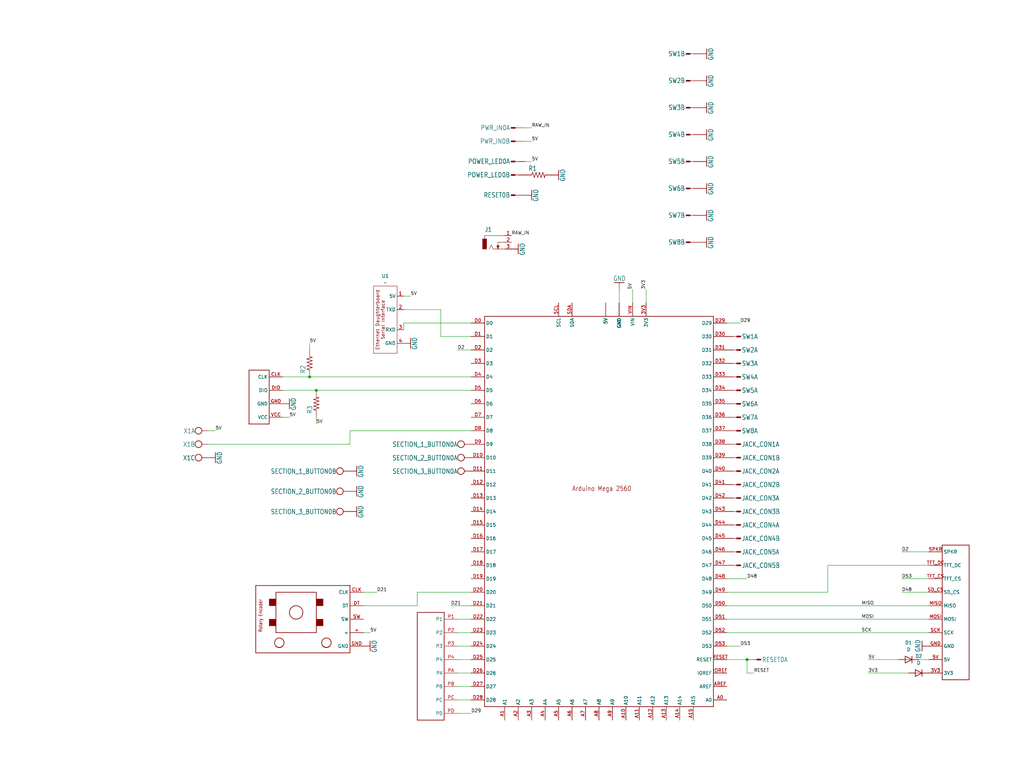
<source format=kicad_sch>
(kicad_sch (version 20231120) (generator "eeschema") (generator_version "8.0")
  (paper "User" 386.486 292.024)
  (lib_symbols
    (symbol "Device:D" (pin_numbers hide) (pin_names (offset 1.016) hide)
      (property "Reference" "D" (at 0 2.54 0))
      (property "Value" "D" (at 0 -2.54 0))
      (symbol "D_0_1"
        (polyline (pts (xy -1.27 1.27) (xy -1.27 -1.27)) (stroke (width 0.254)))
        (polyline (pts (xy 1.27 0) (xy -1.27 0)))
        (polyline (pts (xy 1.27 1.27) (xy 1.27 -1.27) (xy -1.27 0) (xy 1.27 1.27)) (stroke (width 0.254)))
      )
      (symbol "D_1_1"
        (pin passive line (at -3.81 0 0) (length 2.54) (name "K") (number "1"))
        (pin passive line (at 3.81 0 180) (length 2.54) (name "A") (number "2"))
      )
    )
    (symbol "Subsystem Main Extra Symbols:Ethernet_Daughterboard_Connector"
      (property "Reference" "U" (at -1.016 13.716 0))
      (symbol "Ethernet_Daughterboard_Connector_0_1"
        (rectangle (start -5.08 12.7) (end 3.81 -12.7))
      )
      (symbol "Ethernet_Daughterboard_Connector_1_1"
        (text "Ethernet Daughterboard\nSerial Interface\n" (at -2.54 0 900) (effects (font (size 1.27 1.27))))
        (pin power_in line (at 6.35 8.89 180) (length 2.54) (name "5V") (number "1"))
        (pin input line (at 6.35 3.81 180) (length 2.54) (name "TXD") (number "2"))
        (pin output line (at 6.35 -3.81 180) (length 2.54) (name "RXD") (number "3"))
        (pin power_in line (at 6.35 -8.89 180) (length 2.54) (name "GND") (number "4"))
      )
    )
    (symbol "main-eagle-import:7_SEG_DISPLAY"
      (symbol "7_SEG_DISPLAY_1_0"
        (polyline (pts (xy -10.16 -5.08) (xy -10.16 2.54)) (stroke (width 0.254)))
        (polyline (pts (xy -10.16 2.54) (xy 10.16 2.54)) (stroke (width 0.254)))
        (polyline (pts (xy 10.16 -5.08) (xy -10.16 -5.08)) (stroke (width 0.254)))
        (polyline (pts (xy 10.16 2.54) (xy 10.16 -5.08)) (stroke (width 0.254)))
        (pin bidirectional line (at -7.62 7.62 270) (length 5.08) (name "CLK") (number "CLK"))
        (pin bidirectional line (at -2.54 7.62 270) (length 5.08) (name "DIO") (number "DIO"))
        (pin bidirectional line (at 2.54 7.62 270) (length 5.08) (name "GND") (number "GND"))
        (pin bidirectional line (at 7.62 7.62 270) (length 5.08) (name "VCC") (number "VCC"))
      )
    )
    (symbol "main-eagle-import:ARDUINO_MEGAMIRROR"
      (symbol "ARDUINO_MEGAMIRROR_1_0"
        (polyline (pts (xy -43.18 -76.2) (xy 43.18 -76.2)) (stroke (width 0.254)))
        (polyline (pts (xy -43.18 71.12) (xy -43.18 -76.2)) (stroke (width 0.254)))
        (polyline (pts (xy 43.18 -76.2) (xy 43.18 71.12)) (stroke (width 0.254)))
        (polyline (pts (xy 43.18 71.12) (xy -43.18 71.12)) (stroke (width 0.254)))
        (text "Arduino Mega 2560" (at -10.16 5.08 0) (effects (font (size 1.778 1.5113)) (justify left bottom)))
        (pin power_in line (at 17.78 76.2 270) (length 5.08) (name "3V3") (number "3V3"))
        (pin power_in line (at 2.54 76.2 270) (length 5.08) (name "5V") (number "5V@1"))
        (pin power_in line (at 2.54 76.2 270) (length 5.08) (name "5V") (number "5V@2"))
        (pin power_in line (at 2.54 76.2 270) (length 5.08) (name "5V") (number "5V@3"))
        (pin bidirectional line (at 48.26 -73.66 180) (length 5.08) (name "A0") (number "A0"))
        (pin bidirectional line (at -35.56 -81.28 90) (length 5.08) (name "A1") (number "A1"))
        (pin bidirectional line (at 10.16 -81.28 90) (length 5.08) (name "A10") (number "A10"))
        (pin bidirectional line (at 15.24 -81.28 90) (length 5.08) (name "A11") (number "A11"))
        (pin bidirectional line (at 20.32 -81.28 90) (length 5.08) (name "A12") (number "A12"))
        (pin bidirectional line (at 25.4 -81.28 90) (length 5.08) (name "A13") (number "A13"))
        (pin bidirectional line (at 30.48 -81.28 90) (length 5.08) (name "A14") (number "A14"))
        (pin bidirectional line (at 35.56 -81.28 90) (length 5.08) (name "A15") (number "A15"))
        (pin bidirectional line (at -30.48 -81.28 90) (length 5.08) (name "A2") (number "A2"))
        (pin bidirectional line (at -25.4 -81.28 90) (length 5.08) (name "A3") (number "A3"))
        (pin bidirectional line (at -20.32 -81.28 90) (length 5.08) (name "A4") (number "A4"))
        (pin bidirectional line (at -15.24 -81.28 90) (length 5.08) (name "A5") (number "A5"))
        (pin bidirectional line (at -10.16 -81.28 90) (length 5.08) (name "A6") (number "A6"))
        (pin bidirectional line (at -5.08 -81.28 90) (length 5.08) (name "A7") (number "A7"))
        (pin bidirectional line (at 0 -81.28 90) (length 5.08) (name "A8") (number "A8"))
        (pin bidirectional line (at 5.08 -81.28 90) (length 5.08) (name "A9") (number "A9"))
        (pin bidirectional line (at 48.26 -68.58 180) (length 5.08) (name "AREF") (number "AREF"))
        (pin bidirectional line (at -48.26 68.58 0) (length 5.08) (name "D0") (number "D0"))
        (pin bidirectional line (at -48.26 63.5 0) (length 5.08) (name "D1") (number "D1"))
        (pin bidirectional line (at -48.26 17.78 0) (length 5.08) (name "D10") (number "D10"))
        (pin bidirectional line (at -48.26 12.7 0) (length 5.08) (name "D11") (number "D11"))
        (pin bidirectional line (at -48.26 7.62 0) (length 5.08) (name "D12") (number "D12"))
        (pin bidirectional line (at -48.26 2.54 0) (length 5.08) (name "D13") (number "D13"))
        (pin bidirectional line (at -48.26 -2.54 0) (length 5.08) (name "D14") (number "D14"))
        (pin bidirectional line (at -48.26 -7.62 0) (length 5.08) (name "D15") (number "D15"))
        (pin bidirectional line (at -48.26 -12.7 0) (length 5.08) (name "D16") (number "D16"))
        (pin bidirectional line (at -48.26 -17.78 0) (length 5.08) (name "D17") (number "D17"))
        (pin bidirectional line (at -48.26 -22.86 0) (length 5.08) (name "D18") (number "D18"))
        (pin bidirectional line (at -48.26 -27.94 0) (length 5.08) (name "D19") (number "D19"))
        (pin bidirectional line (at -48.26 58.42 0) (length 5.08) (name "D2") (number "D2"))
        (pin bidirectional line (at -48.26 -33.02 0) (length 5.08) (name "D20") (number "D20"))
        (pin bidirectional line (at -48.26 -38.1 0) (length 5.08) (name "D21") (number "D21"))
        (pin bidirectional line (at -48.26 -43.18 0) (length 5.08) (name "D22") (number "D22"))
        (pin bidirectional line (at -48.26 -48.26 0) (length 5.08) (name "D23") (number "D23"))
        (pin bidirectional line (at -48.26 -53.34 0) (length 5.08) (name "D24") (number "D24"))
        (pin bidirectional line (at -48.26 -58.42 0) (length 5.08) (name "D25") (number "D25"))
        (pin bidirectional line (at -48.26 -63.5 0) (length 5.08) (name "D26") (number "D26"))
        (pin bidirectional line (at -48.26 -68.58 0) (length 5.08) (name "D27") (number "D27"))
        (pin bidirectional line (at -48.26 -73.66 0) (length 5.08) (name "D28") (number "D28"))
        (pin bidirectional line (at 48.26 68.58 180) (length 5.08) (name "D29") (number "D29"))
        (pin bidirectional line (at -48.26 53.34 0) (length 5.08) (name "D3") (number "D3"))
        (pin bidirectional line (at 48.26 63.5 180) (length 5.08) (name "D30") (number "D30"))
        (pin bidirectional line (at 48.26 58.42 180) (length 5.08) (name "D31") (number "D31"))
        (pin bidirectional line (at 48.26 53.34 180) (length 5.08) (name "D32") (number "D32"))
        (pin bidirectional line (at 48.26 48.26 180) (length 5.08) (name "D33") (number "D33"))
        (pin bidirectional line (at 48.26 43.18 180) (length 5.08) (name "D34") (number "D34"))
        (pin bidirectional line (at 48.26 38.1 180) (length 5.08) (name "D35") (number "D35"))
        (pin bidirectional line (at 48.26 33.02 180) (length 5.08) (name "D36") (number "D36"))
        (pin bidirectional line (at 48.26 27.94 180) (length 5.08) (name "D37") (number "D37"))
        (pin bidirectional line (at 48.26 22.86 180) (length 5.08) (name "D38") (number "D38"))
        (pin bidirectional line (at 48.26 17.78 180) (length 5.08) (name "D39") (number "D39"))
        (pin bidirectional line (at -48.26 48.26 0) (length 5.08) (name "D4") (number "D4"))
        (pin bidirectional line (at 48.26 12.7 180) (length 5.08) (name "D40") (number "D40"))
        (pin bidirectional line (at 48.26 7.62 180) (length 5.08) (name "D41") (number "D41"))
        (pin bidirectional line (at 48.26 2.54 180) (length 5.08) (name "D42") (number "D42"))
        (pin bidirectional line (at 48.26 -2.54 180) (length 5.08) (name "D43") (number "D43"))
        (pin bidirectional line (at 48.26 -7.62 180) (length 5.08) (name "D44") (number "D44"))
        (pin bidirectional line (at 48.26 -12.7 180) (length 5.08) (name "D45") (number "D45"))
        (pin bidirectional line (at 48.26 -17.78 180) (length 5.08) (name "D46") (number "D46"))
        (pin bidirectional line (at 48.26 -22.86 180) (length 5.08) (name "D47") (number "D47"))
        (pin bidirectional line (at 48.26 -27.94 180) (length 5.08) (name "D48") (number "D48"))
        (pin bidirectional line (at 48.26 -33.02 180) (length 5.08) (name "D49") (number "D49"))
        (pin bidirectional line (at -48.26 43.18 0) (length 5.08) (name "D5") (number "D5"))
        (pin bidirectional line (at 48.26 -38.1 180) (length 5.08) (name "D50") (number "D50"))
        (pin bidirectional line (at 48.26 -43.18 180) (length 5.08) (name "D51") (number "D51"))
        (pin bidirectional line (at 48.26 -48.26 180) (length 5.08) (name "D52") (number "D52"))
        (pin bidirectional line (at 48.26 -53.34 180) (length 5.08) (name "D53") (number "D53"))
        (pin bidirectional line (at -48.26 38.1 0) (length 5.08) (name "D6") (number "D6"))
        (pin bidirectional line (at -48.26 33.02 0) (length 5.08) (name "D7") (number "D7"))
        (pin bidirectional line (at -48.26 27.94 0) (length 5.08) (name "D8") (number "D8"))
        (pin bidirectional line (at -48.26 22.86 0) (length 5.08) (name "D9") (number "D9"))
        (pin power_in line (at 7.62 76.2 270) (length 5.08) (name "GND") (number "GND@1"))
        (pin power_in line (at 7.62 76.2 270) (length 5.08) (name "GND") (number "GND@2"))
        (pin power_in line (at 7.62 76.2 270) (length 5.08) (name "GND") (number "GND@3"))
        (pin power_in line (at 7.62 76.2 270) (length 5.08) (name "GND") (number "GND@4"))
        (pin power_in line (at 7.62 76.2 270) (length 5.08) (name "GND") (number "GND@5"))
        (pin bidirectional line (at 48.26 -63.5 180) (length 5.08) (name "IOREF") (number "IOREF"))
        (pin bidirectional line (at 48.26 -58.42 180) (length 5.08) (name "RESET") (number "RESET"))
        (pin bidirectional line (at -15.24 76.2 270) (length 5.08) (name "SCL") (number "SCL"))
        (pin bidirectional line (at -10.16 76.2 270) (length 5.08) (name "SDA") (number "SDA"))
        (pin power_in line (at 12.7 76.2 270) (length 5.08) (name "VIN") (number "VIN"))
      )
    )
    (symbol "main-eagle-import:BUTTON_GRID_HEADER"
      (symbol "BUTTON_GRID_HEADER_1_0"
        (polyline (pts (xy -20.32 -5.08) (xy -20.32 5.08)) (stroke (width 0.254)))
        (polyline (pts (xy -20.32 5.08) (xy 20.32 5.08)) (stroke (width 0.254)))
        (polyline (pts (xy 20.32 -5.08) (xy -20.32 -5.08)) (stroke (width 0.254)))
        (polyline (pts (xy 20.32 5.08) (xy 20.32 -5.08)) (stroke (width 0.254)))
        (pin bidirectional line (at -17.78 10.16 270) (length 5.08) (name "P1") (number "P1"))
        (pin bidirectional line (at -12.7 10.16 270) (length 5.08) (name "P2") (number "P2"))
        (pin bidirectional line (at -7.62 10.16 270) (length 5.08) (name "P3") (number "P3"))
        (pin bidirectional line (at -2.54 10.16 270) (length 5.08) (name "P4") (number "P4"))
        (pin bidirectional line (at 2.54 10.16 270) (length 5.08) (name "PA") (number "PA"))
        (pin bidirectional line (at 7.62 10.16 270) (length 5.08) (name "PB") (number "PB"))
        (pin bidirectional line (at 12.7 10.16 270) (length 5.08) (name "PC") (number "PC"))
        (pin bidirectional line (at 17.78 10.16 270) (length 5.08) (name "PD") (number "PD"))
      )
    )
    (symbol "main-eagle-import:DCJ0303"
      (property "Reference" "J" (at -2.54 3.81 0))
      (symbol "DCJ0303_1_0"
        (rectangle (start -3.302 -2.54) (end -1.778 1.27) (fill (type outline)))
        (polyline (pts (xy -2.54 2.54) (xy -2.54 1.27)) (stroke (width 0.1524)))
        (polyline (pts (xy 0 -1.016) (xy -0.762 -2.54)) (stroke (width 0.1524)))
        (polyline (pts (xy 0.762 -2.54) (xy 0 -1.016)) (stroke (width 0.1524)))
        (polyline (pts (xy 2.54 -2.54) (xy 0.762 -2.54)) (stroke (width 0.1524)))
        (polyline (pts (xy 2.54 0) (xy 2.54 -2.54)) (stroke (width 0.1524)))
        (polyline (pts (xy 5.08 -2.54) (xy 2.54 -2.54)) (stroke (width 0.1524)))
        (polyline (pts (xy 5.08 0) (xy 2.54 0)) (stroke (width 0.1524)))
        (polyline (pts (xy 5.08 2.54) (xy -2.54 2.54)) (stroke (width 0.1524)))
        (polyline (pts (xy 2.54 -2.54) (xy 2.032 -1.27) (xy 3.048 -1.27)) (stroke (width 0.1524)) (fill (type outline)))
        (pin passive line (at 7.62 2.54 180) (length 2.54) (name "1") (number "1"))
        (pin passive line (at 7.62 0 180) (length 2.54) (name "2") (number "2"))
        (pin passive line (at 7.62 -2.54 180) (length 2.54) (name "3") (number "3"))
      )
    )
    (symbol "main-eagle-import:FLIPFLOP-RES"
      (property "Reference" "R" (at -3.81 1.4986 0))
      (symbol "FLIPFLOP-RES_1_0"
        (polyline (pts (xy -2.54 0) (xy -2.159 1.016)) (stroke (width 0.2032)))
        (polyline (pts (xy -2.159 1.016) (xy -1.524 -1.016)) (stroke (width 0.2032)))
        (polyline (pts (xy -1.524 -1.016) (xy -0.889 1.016)) (stroke (width 0.2032)))
        (polyline (pts (xy -0.889 1.016) (xy -0.254 -1.016)) (stroke (width 0.2032)))
        (polyline (pts (xy -0.254 -1.016) (xy 0.381 1.016)) (stroke (width 0.2032)))
        (polyline (pts (xy 0.381 1.016) (xy 1.016 -1.016)) (stroke (width 0.2032)))
        (polyline (pts (xy 1.016 -1.016) (xy 1.651 1.016)) (stroke (width 0.2032)))
        (polyline (pts (xy 1.651 1.016) (xy 2.286 -1.016)) (stroke (width 0.2032)))
        (polyline (pts (xy 2.286 -1.016) (xy 2.54 0)) (stroke (width 0.2032)))
        (pin passive line (at -5.08 0 0) (length 2.54) (name "1") (number "1"))
        (pin passive line (at 5.08 0 180) (length 2.54) (name "2") (number "2"))
      )
    )
    (symbol "main-eagle-import:GND" (power)
      (symbol "GND_1_0"
        (polyline (pts (xy -1.905 0) (xy 1.905 0)) (stroke (width 0.254)))
        (pin power_in line (at 0 2.54 270) (length 2.54) (name "GND") (number "1"))
      )
    )
    (symbol "main-eagle-import:L02P"
      (property "Reference" "SV" (at -0.508 1.016 0))
      (symbol "L02P_1_0"
        (polyline (pts (xy 0 0) (xy 1.27 0)) (stroke (width 0.6096)))
        (polyline (pts (xy 1.27 0) (xy 2.54 0)) (stroke (width 0.1524)))
        (pin passive line (at 5.08 0 180) (length 2.54) (name "S") (number "1"))
      )
      (symbol "L02P_2_0"
        (polyline (pts (xy 0 0) (xy 1.27 0)) (stroke (width 0.6096)))
        (polyline (pts (xy 1.27 0) (xy 2.54 0)) (stroke (width 0.1524)))
        (pin passive line (at 5.08 0 180) (length 2.54) (name "S") (number "2"))
      )
    )
    (symbol "main-eagle-import:ROTARY_ENCODER"
      (symbol "ROTARY_ENCODER_1_0"
        (rectangle (start -7.62 -12.7) (end -5.08 -10.16) (fill (type outline)))
        (rectangle (start -7.62 5.08) (end -5.08 7.62) (fill (type outline)))
        (circle (center -2.54 -2.54) (radius 2.54) (stroke (width 0.254)))
        (rectangle (start 0 -12.7) (end 2.54 -10.16) (fill (type outline)))
        (polyline (pts (xy -12.7 -17.78) (xy 12.7 -17.78)) (stroke (width 0.254)))
        (polyline (pts (xy -12.7 17.78) (xy -12.7 -17.78)) (stroke (width 0.254)))
        (polyline (pts (xy -10.16 -10.16) (xy -10.16 5.08)) (stroke (width 0.254)))
        (polyline (pts (xy -10.16 5.08) (xy 5.08 5.08)) (stroke (width 0.254)))
        (polyline (pts (xy 5.08 -10.16) (xy -10.16 -10.16)) (stroke (width 0.254)))
        (polyline (pts (xy 5.08 5.08) (xy 5.08 -10.16)) (stroke (width 0.254)))
        (polyline (pts (xy 12.7 -17.78) (xy 12.7 17.78)) (stroke (width 0.254)))
        (polyline (pts (xy 12.7 17.78) (xy -12.7 17.78)) (stroke (width 0.254)))
        (rectangle (start 0 5.08) (end 2.54 7.62) (fill (type outline)))
        (arc (start 7.62 -7.62) (mid 7.62 -10.16) (end 10.16 -10.16) (stroke (width 0.254)))
        (arc (start 7.62 10.16) (mid 7.62 7.62) (end 10.16 7.62) (stroke (width 0.254)))
        (arc (start 10.16 -10.16) (mid 10.16 -7.62) (end 7.62 -7.62) (stroke (width 0.254)))
        (arc (start 10.16 -10.16) (mid 10.6861 -8.89) (end 10.16 -7.62) (stroke (width 0.254)))
        (arc (start 10.16 7.62) (mid 10.16 10.16) (end 7.62 10.16) (stroke (width 0.254)))
        (arc (start 10.16 7.62) (mid 10.6861 8.89) (end 10.16 10.16) (stroke (width 0.254)))
        (text "Rotary Encoder" (at -7.62 -15.24 0) (effects (font (size 1.27 1.0795)) (justify left bottom)))
        (pin power_in line (at 5.08 22.86 270) (length 5.08) (name "+") (number "+"))
        (pin bidirectional line (at -10.16 22.86 270) (length 5.08) (name "CLK") (number "CLK"))
        (pin bidirectional line (at -5.08 22.86 270) (length 5.08) (name "DT") (number "DT"))
        (pin power_in line (at 10.16 22.86 270) (length 5.08) (name "GND") (number "GND"))
        (pin bidirectional line (at 0 22.86 270) (length 5.08) (name "SW") (number "SW"))
      )
    )
    (symbol "main-eagle-import:SPI_HEADERSPI_HEADER_RIBBON_CONNECTOR"
      (symbol "SPI_HEADERSPI_HEADER_RIBBON_CONNECTOR_1_0"
        (polyline (pts (xy -25.4 -5.08) (xy 25.4 -5.08)) (stroke (width 0.254)))
        (polyline (pts (xy -25.4 5.08) (xy -25.4 -5.08)) (stroke (width 0.254)))
        (polyline (pts (xy -25.4 5.08) (xy 25.4 5.08)) (stroke (width 0.254)))
        (polyline (pts (xy 25.4 5.08) (xy 25.4 -5.08)) (stroke (width 0.254)))
        (pin power_in line (at -22.86 10.16 270) (length 5.08) (name "3V3") (number "3V3"))
        (pin power_in line (at -17.78 10.16 270) (length 5.08) (name "5V") (number "5V"))
        (pin power_in line (at -12.7 10.16 270) (length 5.08) (name "GND") (number "GND"))
        (pin bidirectional line (at 2.54 10.16 270) (length 5.08) (name "MISO") (number "MISO"))
        (pin bidirectional line (at -2.54 10.16 270) (length 5.08) (name "MOSI") (number "MOSI"))
        (pin bidirectional line (at -7.62 10.16 270) (length 5.08) (name "SCK") (number "SCK"))
        (pin bidirectional line (at 7.62 10.16 270) (length 5.08) (name "SD_CS") (number "SD_CS"))
        (pin bidirectional line (at 22.86 10.16 270) (length 5.08) (name "SPKR") (number "SPKR"))
        (pin bidirectional line (at 12.7 10.16 270) (length 5.08) (name "TFT_CS") (number "TFT_CS"))
        (pin bidirectional line (at 17.78 10.16 270) (length 5.08) (name "TFT_DC") (number "TFT_DC"))
      )
    )
    (symbol "main-eagle-import:W237-102"
      (property "Reference" "X" (at 0 0.889 0))
      (symbol "W237-102_1_0"
        (circle (center 1.27 0) (radius 1.27) (stroke (width 0.254)))
        (pin passive line (at 5.08 0 180) (length 2.54) (name "KL") (number "1"))
      )
      (symbol "W237-102_2_0"
        (circle (center 1.27 0) (radius 1.27) (stroke (width 0.254)))
        (pin passive line (at 5.08 0 180) (length 2.54) (name "KL") (number "2"))
      )
    )
    (symbol "main-eagle-import:W237-103"
      (property "Reference" "X" (at 0 0.889 0))
      (symbol "W237-103_1_0"
        (circle (center 1.27 0) (radius 1.27) (stroke (width 0.254)))
        (pin passive line (at 5.08 0 180) (length 2.54) (name "KL") (number "1"))
      )
      (symbol "W237-103_2_0"
        (circle (center 1.27 0) (radius 1.27) (stroke (width 0.254)))
        (pin passive line (at 5.08 0 180) (length 2.54) (name "KL") (number "2"))
      )
      (symbol "W237-103_3_0"
        (circle (center 1.27 0) (radius 1.27) (stroke (width 0.254)))
        (pin passive line (at 5.08 0 180) (length 2.54) (name "KL") (number "3"))
      )
    )
  )
  (junction (at 116.84 142.24))
  (junction (at 281.94 248.92))
  (junction (at 119.38 147.32))
  (wire (pts (xy 172.72 269.24) (xy 177.8 269.24)) (stroke (width 0.1524)))
  (wire (pts (xy 238.76 114.3) (xy 238.76 109.22)) (stroke (width 0.1524)))
  (wire (pts (xy 137.16 238.76) (xy 139.7 238.76)) (stroke (width 0.1524)))
  (wire (pts (xy 116.84 142.24) (xy 177.8 142.24)) (stroke (width 0.1524)))
  (wire (pts (xy 166.37 116.84) (xy 166.37 127)))
  (wire (pts (xy 350.52 218.44) (xy 340.36 218.44)) (stroke (width 0.1524)))
  (wire (pts (xy 274.32 228.6) (xy 350.52 228.6)) (stroke (width 0.1524)))
  (wire (pts (xy 137.16 223.52) (xy 142.24 223.52)) (stroke (width 0.1524)))
  (wire (pts (xy 346.71 248.92) (xy 350.52 248.92)))
  (wire (pts (xy 78.74 162.56) (xy 81.28 162.56)) (stroke (width 0.1524)))
  (wire (pts (xy 350.52 208.28) (xy 340.36 208.28)) (stroke (width 0.1524)))
  (wire (pts (xy 274.32 121.92) (xy 279.4 121.92)) (stroke (width 0.1524)))
  (wire (pts (xy 172.72 238.76) (xy 177.8 238.76)) (stroke (width 0.1524)))
  (wire (pts (xy 327.66 248.92) (xy 339.09 248.92)) (stroke (width 0.1524)))
  (wire (pts (xy 198.12 48.26) (xy 200.66 48.26)) (stroke (width 0.1524)))
  (wire (pts (xy 157.48 223.52) (xy 177.8 223.52)) (stroke (width 0.1524)))
  (wire (pts (xy 274.32 223.52) (xy 312.42 223.52)) (stroke (width 0.1524)))
  (wire (pts (xy 281.94 248.92) (xy 274.32 248.92)) (stroke (width 0.1524)))
  (wire (pts (xy 152.4 121.92) (xy 177.8 121.92)))
  (wire (pts (xy 172.72 248.92) (xy 177.8 248.92)) (stroke (width 0.1524)))
  (wire (pts (xy 172.72 254) (xy 177.8 254)) (stroke (width 0.1524)))
  (wire (pts (xy 152.4 116.84) (xy 166.37 116.84)))
  (wire (pts (xy 157.48 228.6) (xy 157.48 223.52)) (stroke (width 0.1524)))
  (wire (pts (xy 106.68 157.48) (xy 109.22 157.48)) (stroke (width 0.1524)))
  (wire (pts (xy 198.12 53.34) (xy 200.66 53.34)) (stroke (width 0.1524)))
  (wire (pts (xy 274.32 218.44) (xy 281.94 218.44)) (stroke (width 0.1524)))
  (wire (pts (xy 350.52 223.52) (xy 340.36 223.52)) (stroke (width 0.1524)))
  (wire (pts (xy 198.12 60.96) (xy 200.66 60.96)) (stroke (width 0.1524)))
  (wire (pts (xy 132.08 162.56) (xy 177.8 162.56)) (stroke (width 0.1524)))
  (wire (pts (xy 312.42 213.36) (xy 350.52 213.36)) (stroke (width 0.1524)))
  (wire (pts (xy 137.16 228.6) (xy 157.48 228.6)) (stroke (width 0.1524)))
  (wire (pts (xy 119.38 157.48) (xy 119.38 160.02)) (stroke (width 0.1524)))
  (wire (pts (xy 172.72 264.16) (xy 177.8 264.16)) (stroke (width 0.1524)))
  (wire (pts (xy 152.4 111.76) (xy 154.94 111.76)) (stroke (width 0.1524)))
  (wire (pts (xy 166.37 127) (xy 177.8 127)))
  (wire (pts (xy 172.72 259.08) (xy 177.8 259.08)) (stroke (width 0.1524)))
  (wire (pts (xy 243.84 114.3) (xy 243.84 109.22)) (stroke (width 0.1524)))
  (wire (pts (xy 106.68 147.32) (xy 119.38 147.32)) (stroke (width 0.1524)))
  (wire (pts (xy 172.72 233.68) (xy 177.8 233.68)) (stroke (width 0.1524)))
  (wire (pts (xy 274.32 238.76) (xy 350.52 238.76)) (stroke (width 0.1524)))
  (wire (pts (xy 132.08 167.64) (xy 132.08 162.56)) (stroke (width 0.1524)))
  (wire (pts (xy 172.72 243.84) (xy 177.8 243.84)) (stroke (width 0.1524)))
  (wire (pts (xy 274.32 243.84) (xy 279.4 243.84)) (stroke (width 0.1524)))
  (wire (pts (xy 78.74 167.64) (xy 132.08 167.64)) (stroke (width 0.1524)))
  (wire (pts (xy 281.94 248.92) (xy 281.94 254)) (stroke (width 0.1524)))
  (wire (pts (xy 116.84 132.08) (xy 116.84 129.54)) (stroke (width 0.1524)))
  (wire (pts (xy 106.68 142.24) (xy 116.84 142.24)) (stroke (width 0.1524)))
  (wire (pts (xy 119.38 147.32) (xy 177.8 147.32)) (stroke (width 0.1524)))
  (wire (pts (xy 177.8 228.6) (xy 170.18 228.6)) (stroke (width 0.1524)))
  (wire (pts (xy 274.32 233.68) (xy 350.52 233.68)) (stroke (width 0.1524)))
  (wire (pts (xy 281.94 254) (xy 284.48 254)) (stroke (width 0.1524)))
  (wire (pts (xy 177.8 132.08) (xy 172.72 132.08)) (stroke (width 0.1524)))
  (wire (pts (xy 233.68 109.22) (xy 233.68 114.3)) (stroke (width 0.1524)))
  (wire (pts (xy 312.42 223.52) (xy 312.42 213.36)) (stroke (width 0.1524)))
  (wire (pts (xy 152.4 124.46) (xy 152.4 121.92)))
  (wire (pts (xy 342.9 254) (xy 327.66 254)) (stroke (width 0.1524)))
  (label "D29" (at 279.4 121.92 0) (effects (font (size 1.2446 1.2446))))
  (label "5V" (at 139.7 238.76 0) (effects (font (size 1.2446 1.2446))))
  (label "3V3" (at 327.66 254 0) (effects (font (size 1.2446 1.2446))))
  (label "RAW_IN" (at 200.66 48.26 0) (effects (font (size 1.2446 1.2446))))
  (label "MISO" (at 325.12 228.6 0) (effects (font (size 1.2446 1.2446))))
  (label "5V" (at 154.94 111.76 0) (effects (font (size 1.2446 1.2446))))
  (label "D2" (at 172.72 132.08 0) (effects (font (size 1.2446 1.2446))))
  (label "D48" (at 340.36 223.52 0) (effects (font (size 1.2446 1.2446))))
  (label "D29" (at 177.8 269.24 0) (effects (font (size 1.2446 1.2446))))
  (label "RAW_IN" (at 193.04 88.9 0) (effects (font (size 1.2446 1.2446))))
  (label "5V" (at 109.22 157.48 0) (effects (font (size 1.2446 1.2446))))
  (label "D53" (at 279.4 243.84 0) (effects (font (size 1.2446 1.2446))))
  (label "5V" (at 327.66 248.92 0) (effects (font (size 1.2446 1.2446))))
  (label "D21" (at 142.24 223.52 0) (effects (font (size 1.2446 1.2446))))
  (label "D53" (at 340.36 218.44 0) (effects (font (size 1.2446 1.2446))))
  (label "D21" (at 170.18 228.6 0) (effects (font (size 1.2446 1.2446))))
  (label "D48" (at 281.94 218.44 0) (effects (font (size 1.2446 1.2446))))
  (label "3V3" (at 243.84 109.22 90) (effects (font (size 1.2446 1.2446))))
  (label "5V" (at 200.66 60.96 0) (effects (font (size 1.2446 1.2446))))
  (label "5V" (at 119.38 160.02 0) (effects (font (size 1.2446 1.2446))))
  (label "D2" (at 340.36 208.28 0) (effects (font (size 1.2446 1.2446))))
  (label "5V" (at 116.84 129.54 0) (effects (font (size 1.2446 1.2446))))
  (label "5V" (at 238.76 109.22 90) (effects (font (size 1.2446 1.2446))))
  (label "RESET" (at 284.48 254 0) (effects (font (size 1.2446 1.2446))))
  (label "SCK" (at 325.12 238.76 0) (effects (font (size 1.2446 1.2446))))
  (label "5V" (at 81.28 162.56 0) (effects (font (size 1.2446 1.2446))))
  (label "MOSI" (at 325.12 233.68 0) (effects (font (size 1.2446 1.2446))))
  (label "5V" (at 200.66 53.34 0) (effects (font (size 1.2446 1.2446))))
  (symbol (lib_id "main-eagle-import:L02P") (at 279.4 137.16 180) (unit 1)
    (property "Reference" "SW3" (at 279.908 138.176 0) (effects (font (size 1.778 1.5113)) (justify right top)))
    (property "Value" "L02P" (effects (hide yes)))
    (property "Footprint" "Connector_JST:JST_EH_B2B-EH-A_1x02_P2.50mm_Vertical" (effects (hide yes)))
  )
  (symbol (lib_id "main-eagle-import:L02P") (at 279.4 208.28 180) (unit 1)
    (property "Reference" "JACK_CON5" (at 279.908 209.296 0) (effects (font (size 1.778 1.5113)) (justify right top)))
    (property "Value" "L02P" (effects (hide yes)))
    (property "Footprint" "Connector_JST:JST_EH_B2B-EH-A_1x02_P2.50mm_Vertical" (effects (hide yes)))
  )
  (symbol (lib_id "main-eagle-import:GND") (at 266.7 20.32 90) (unit 1)
    (property "Reference" "#GND012" (effects (hide yes)))
    (property "Value" "GND" (at 269.24 22.86 0) (effects (font (size 1.778 1.5113)) (justify left bottom)))
  )
  (symbol (lib_id "main-eagle-import:L02P") (at 193.04 53.34 0) (unit 2)
    (property "Reference" "PWR_IN0" (at 192.532 52.324 0) (effects (font (size 1.778 1.5113)) (justify right top)))
    (property "Value" "L02P" (effects (hide yes)))
    (property "Footprint" "Connector_JST:JST_EH_B2B-EH-A_1x02_P2.50mm_Vertical" (effects (hide yes)))
  )
  (symbol (lib_id "main-eagle-import:DCJ0303") (at 185.42 91.44 0) (unit 1)
    (property "Reference" "J1" (at 182.88 87.63 0) (effects (font (size 1.778 1.5113)) (justify left bottom)))
    (property "Value" "DCJ0303" (effects (hide yes)))
    (property "Footprint" "Connector_BarrelJack:BarrelJack_Horizontal" (effects (hide yes)))
  )
  (symbol (lib_id "main-eagle-import:L02P") (at 193.04 66.04 0) (unit 2)
    (property "Reference" "POWER_LED0" (at 192.532 65.024 0) (effects (font (size 1.778 1.5113)) (justify right top)))
    (property "Value" "L02P" (effects (hide yes)))
    (property "Footprint" "Connector_JST:JST_EH_B2B-EH-A_1x02_P2.50mm_Vertical" (effects (hide yes)))
  )
  (symbol (lib_id "main-eagle-import:GND") (at 266.7 91.44 90) (unit 1)
    (property "Reference" "#GND05" (effects (hide yes)))
    (property "Value" "GND" (at 269.24 93.98 0) (effects (font (size 1.778 1.5113)) (justify left bottom)))
  )
  (symbol (lib_id "main-eagle-import:L02P") (at 279.4 132.08 180) (unit 1)
    (property "Reference" "SW2" (at 279.908 133.096 0) (effects (font (size 1.778 1.5113)) (justify right top)))
    (property "Value" "L02P" (effects (hide yes)))
    (property "Footprint" "Connector_JST:JST_EH_B2B-EH-A_1x02_P2.50mm_Vertical" (effects (hide yes)))
  )
  (symbol (lib_id "main-eagle-import:L02P") (at 259.08 40.64 0) (unit 2)
    (property "Reference" "SW3" (at 258.572 39.624 0) (effects (font (size 1.778 1.5113)) (justify right top)))
    (property "Value" "L02P" (effects (hide yes)))
    (property "Footprint" "Connector_JST:JST_EH_B2B-EH-A_1x02_P2.50mm_Vertical" (effects (hide yes)))
  )
  (symbol (lib_id "main-eagle-import:L02P") (at 279.4 198.12 180) (unit 1)
    (property "Reference" "JACK_CON4" (at 279.908 199.136 0) (effects (font (size 1.778 1.5113)) (justify right top)))
    (property "Value" "L02P" (effects (hide yes)))
    (property "Footprint" "Connector_JST:JST_EH_B2B-EH-A_1x02_P2.50mm_Vertical" (effects (hide yes)))
  )
  (symbol (lib_id "Subsystem Main Extra Symbols:Ethernet_Daughterboard_Connector") (at 146.05 120.65 0) (unit 1)
    (property "Reference" "U1" (at 145.415 104.14 0))
    (property "Value" "~" (at 145.415 106.68 0))
    (property "Footprint" "Subsystem Main Extra Symbols:Ethernet Daughterboard Breakout" (effects (hide yes)))
  )
  (symbol (lib_id "main-eagle-import:L02P") (at 279.4 187.96 180) (unit 1)
    (property "Reference" "JACK_CON3" (at 279.908 188.976 0) (effects (font (size 1.778 1.5113)) (justify right top)))
    (property "Value" "L02P" (effects (hide yes)))
    (property "Footprint" "Connector_JST:JST_EH_B2B-EH-A_1x02_P2.50mm_Vertical" (effects (hide yes)))
  )
  (symbol (lib_id "main-eagle-import:GND") (at 200.66 73.66 90) (unit 1)
    (property "Reference" "#GND02" (effects (hide yes)))
    (property "Value" "GND" (at 203.2 76.2 0) (effects (font (size 1.778 1.5113)) (justify left bottom)))
  )
  (symbol (lib_id "main-eagle-import:7_SEG_DISPLAY") (at 99.06 149.86 270) (unit 1)
    (property "Reference" "U$2" (effects (hide yes)))
    (property "Value" "7_SEG_DISPLAY" (effects (hide yes)))
    (property "Footprint" "main:7_SEG_DISPLAY" (effects (hide yes)))
  )
  (symbol (lib_id "main-eagle-import:W237-102") (at 172.72 167.64 0) (unit 1)
    (property "Reference" "SECTION_1_BUTTON0" (at 172.72 166.751 0) (effects (font (size 1.778 1.5113)) (justify right top)))
    (property "Value" "W237-102" (effects (hide yes)))
    (property "Footprint" "Connector_JST:JST_EH_B2B-EH-A_1x02_P2.50mm_Vertical" (effects (hide yes)))
  )
  (symbol (lib_id "main-eagle-import:L02P") (at 259.08 81.28 0) (unit 2)
    (property "Reference" "SW7" (at 258.572 80.264 0) (effects (font (size 1.778 1.5113)) (justify right top)))
    (property "Value" "L02P" (effects (hide yes)))
    (property "Footprint" "Connector_JST:JST_EH_B2B-EH-A_1x02_P2.50mm_Vertical" (effects (hide yes)))
  )
  (symbol (lib_id "main-eagle-import:W237-102") (at 172.72 172.72 0) (unit 1)
    (property "Reference" "SECTION_2_BUTTON0" (at 172.72 171.831 0) (effects (font (size 1.778 1.5113)) (justify right top)))
    (property "Value" "W237-102" (effects (hide yes)))
    (property "Footprint" "Connector_JST:JST_EH_B2B-EH-A_1x02_P2.50mm_Vertical" (effects (hide yes)))
  )
  (symbol (lib_id "main-eagle-import:L02P") (at 279.4 167.64 180) (unit 1)
    (property "Reference" "JACK_CON1" (at 279.908 168.656 0) (effects (font (size 1.778 1.5113)) (justify right top)))
    (property "Value" "L02P" (effects (hide yes)))
    (property "Footprint" "Connector_JST:JST_EH_B2B-EH-A_1x02_P2.50mm_Vertical" (effects (hide yes)))
  )
  (symbol (lib_id "main-eagle-import:L02P") (at 259.08 50.8 0) (unit 2)
    (property "Reference" "SW4" (at 258.572 49.784 0) (effects (font (size 1.778 1.5113)) (justify right top)))
    (property "Value" "L02P" (effects (hide yes)))
    (property "Footprint" "Connector_JST:JST_EH_B2B-EH-A_1x02_P2.50mm_Vertical" (effects (hide yes)))
  )
  (symbol (lib_id "main-eagle-import:GND") (at 154.94 129.54 90) (unit 1)
    (property "Reference" "#GND020" (effects (hide yes)))
    (property "Value" "GND" (at 157.48 132.08 0) (effects (font (size 1.778 1.5113)) (justify left bottom)))
  )
  (symbol (lib_id "main-eagle-import:GND") (at 195.58 93.98 90) (unit 1)
    (property "Reference" "#GND04" (effects (hide yes)))
    (property "Value" "GND" (at 198.12 96.52 0) (effects (font (size 1.778 1.5113)) (justify left bottom)))
  )
  (symbol (lib_id "main-eagle-import:L02P") (at 279.4 203.2 180) (unit 2)
    (property "Reference" "JACK_CON4" (at 279.908 204.216 0) (effects (font (size 1.778 1.5113)) (justify right top)))
    (property "Value" "L02P" (effects (hide yes)))
    (property "Footprint" "Connector_JST:JST_EH_B2B-EH-A_1x02_P2.50mm_Vertical" (effects (hide yes)))
  )
  (symbol (lib_id "main-eagle-import:GND") (at 134.62 177.8 90) (unit 1)
    (property "Reference" "#GND017" (effects (hide yes)))
    (property "Value" "GND" (at 137.16 180.34 0) (effects (font (size 1.778 1.5113)) (justify left bottom)))
  )
  (symbol (lib_id "main-eagle-import:L02P") (at 193.04 73.66 0) (unit 2)
    (property "Reference" "RESET0" (at 192.532 72.644 0) (effects (font (size 1.778 1.5113)) (justify right top)))
    (property "Value" "L02P" (effects (hide yes)))
    (property "Footprint" "Connector_JST:JST_EH_B2B-EH-A_1x02_P2.50mm_Vertical" (effects (hide yes)))
  )
  (symbol (lib_id "main-eagle-import:GND") (at 266.7 30.48 90) (unit 1)
    (property "Reference" "#GND011" (effects (hide yes)))
    (property "Value" "GND" (at 269.24 33.02 0) (effects (font (size 1.778 1.5113)) (justify left bottom)))
  )
  (symbol (lib_id "main-eagle-import:ROTARY_ENCODER") (at 114.3 233.68 270) (unit 1)
    (property "Reference" "U$5" (effects (hide yes)))
    (property "Value" "ROTARY_ENCODER" (effects (hide yes)))
    (property "Footprint" "main:ROTARY_ENCODER" (effects (hide yes)))
  )
  (symbol (lib_id "main-eagle-import:FLIPFLOP-RES") (at 119.38 152.4 90) (unit 1)
    (property "Reference" "R3" (at 117.8814 156.21 0) (effects (font (size 1.778 1.5113)) (justify left bottom)))
    (property "Value" "FLIPFLOP-RES" (effects (hide yes)))
    (property "Footprint" "Resistor_THT:R_Axial_DIN0204_L3.6mm_D1.6mm_P7.62mm_Horizontal" (effects (hide yes)))
  )
  (symbol (lib_id "main-eagle-import:FLIPFLOP-RES") (at 203.2 66.04 0) (unit 1)
    (property "Reference" "R1" (at 199.39 64.5414 0) (effects (font (size 1.778 1.5113)) (justify left bottom)))
    (property "Value" "FLIPFLOP-RES" (effects (hide yes)))
    (property "Footprint" "Resistor_THT:R_Axial_DIN0204_L3.6mm_D1.6mm_P7.62mm_Horizontal" (effects (hide yes)))
  )
  (symbol (lib_id "main-eagle-import:L02P") (at 259.08 91.44 0) (unit 2)
    (property "Reference" "SW8" (at 258.572 90.424 0) (effects (font (size 1.778 1.5113)) (justify right top)))
    (property "Value" "L02P" (effects (hide yes)))
    (property "Footprint" "Connector_JST:JST_EH_B2B-EH-A_1x02_P2.50mm_Vertical" (effects (hide yes)))
  )
  (symbol (lib_id "main-eagle-import:L02P") (at 279.4 147.32 180) (unit 1)
    (property "Reference" "SW5" (at 279.908 148.336 0) (effects (font (size 1.778 1.5113)) (justify right top)))
    (property "Value" "L02P" (effects (hide yes)))
    (property "Footprint" "Connector_JST:JST_EH_B2B-EH-A_1x02_P2.50mm_Vertical" (effects (hide yes)))
  )
  (symbol (lib_id "main-eagle-import:L02P") (at 279.4 182.88 180) (unit 2)
    (property "Reference" "JACK_CON2" (at 279.908 183.896 0) (effects (font (size 1.778 1.5113)) (justify right top)))
    (property "Value" "L02P" (effects (hide yes)))
    (property "Footprint" "Connector_JST:JST_EH_B2B-EH-A_1x02_P2.50mm_Vertical" (effects (hide yes)))
  )
  (symbol (lib_id "main-eagle-import:W237-103") (at 73.66 162.56 0) (unit 1)
    (property "Reference" "X1" (at 73.66 161.671 0) (effects (font (size 1.778 1.5113)) (justify right top)))
    (property "Value" "W237-103" (effects (hide yes)))
    (property "Footprint" "TerminalBlock:TerminalBlock_bornier-3_P5.08mm" (effects (hide yes)))
  )
  (symbol (lib_id "main-eagle-import:GND") (at 347.98 243.84 270) (unit 1)
    (property "Reference" "#GND014" (effects (hide yes)))
    (property "Value" "GND" (at 345.44 241.3 0) (effects (font (size 1.778 1.5113)) (justify left bottom)))
  )
  (symbol (lib_id "main-eagle-import:L02P") (at 279.4 157.48 180) (unit 1)
    (property "Reference" "SW7" (at 279.908 158.496 0) (effects (font (size 1.778 1.5113)) (justify right top)))
    (property "Value" "L02P" (effects (hide yes)))
    (property "Footprint" "Connector_JST:JST_EH_B2B-EH-A_1x02_P2.50mm_Vertical" (effects (hide yes)))
  )
  (symbol (lib_id "main-eagle-import:L02P") (at 259.08 71.12 0) (unit 2)
    (property "Reference" "SW6" (at 258.572 70.104 0) (effects (font (size 1.778 1.5113)) (justify right top)))
    (property "Value" "L02P" (effects (hide yes)))
    (property "Footprint" "Connector_JST:JST_EH_B2B-EH-A_1x02_P2.50mm_Vertical" (effects (hide yes)))
  )
  (symbol (lib_id "main-eagle-import:GND") (at 233.68 106.68 180) (unit 1)
    (property "Reference" "#GND01" (effects (hide yes)))
    (property "Value" "GND" (at 236.22 104.14 0) (effects (font (size 1.778 1.5113)) (justify left bottom)))
  )
  (symbol (lib_id "main-eagle-import:W237-102") (at 127 177.8 0) (unit 2)
    (property "Reference" "SECTION_1_BUTTON0" (at 127 176.911 0) (effects (font (size 1.778 1.5113)) (justify right top)))
    (property "Value" "W237-102" (effects (hide yes)))
    (property "Footprint" "Connector_JST:JST_EH_B2B-EH-A_1x02_P2.50mm_Vertical" (effects (hide yes)))
  )
  (symbol (lib_id "Device:D") (at 346.71 254 180) (unit 1)
    (property "Reference" "D2" (at 346.71 247.65 0))
    (property "Value" "D" (at 346.71 250.19 0))
    (property "Footprint" "Diode_THT:D_DO-15_P10.16mm_Horizontal" (effects (hide yes)))
    (property "Description" "Diode" (effects (hide yes)))
    (property "Sim.Device" "D" (effects (hide yes)))
    (property "Sim.Pins" "1=K 2=A" (effects (hide yes)))
  )
  (symbol (lib_id "main-eagle-import:L02P") (at 279.4 162.56 180) (unit 1)
    (property "Reference" "SW8" (at 279.908 163.576 0) (effects (font (size 1.778 1.5113)) (justify right top)))
    (property "Value" "L02P" (effects (hide yes)))
    (property "Footprint" "Connector_JST:JST_EH_B2B-EH-A_1x02_P2.50mm_Vertical" (effects (hide yes)))
  )
  (symbol (lib_id "main-eagle-import:GND") (at 134.62 185.42 90) (unit 1)
    (property "Reference" "#GND018" (effects (hide yes)))
    (property "Value" "GND" (at 137.16 187.96 0) (effects (font (size 1.778 1.5113)) (justify left bottom)))
  )
  (symbol (lib_id "main-eagle-import:GND") (at 139.7 243.84 90) (unit 1)
    (property "Reference" "#GND015" (effects (hide yes)))
    (property "Value" "GND" (at 142.24 246.38 0) (effects (font (size 1.778 1.5113)) (justify left bottom)))
  )
  (symbol (lib_id "main-eagle-import:L02P") (at 279.4 213.36 180) (unit 2)
    (property "Reference" "JACK_CON5" (at 279.908 214.376 0) (effects (font (size 1.778 1.5113)) (justify right top)))
    (property "Value" "L02P" (effects (hide yes)))
    (property "Footprint" "Connector_JST:JST_EH_B2B-EH-A_1x02_P2.50mm_Vertical" (effects (hide yes)))
  )
  (symbol (lib_id "main-eagle-import:L02P") (at 279.4 152.4 180) (unit 1)
    (property "Reference" "SW6" (at 279.908 153.416 0) (effects (font (size 1.778 1.5113)) (justify right top)))
    (property "Value" "L02P" (effects (hide yes)))
    (property "Footprint" "Connector_JST:JST_EH_B2B-EH-A_1x02_P2.50mm_Vertical" (effects (hide yes)))
  )
  (symbol (lib_id "main-eagle-import:SPI_HEADERSPI_HEADER_RIBBON_CONNECTOR") (at 360.68 231.14 90) (unit 1)
    (property "Reference" "U$3" (effects (hide yes)))
    (property "Value" "SPI_HEADERSPI_HEADER_RIBBON_CONNECTOR" (effects (hide yes)))
    (property "Footprint" "main:SPI_HEADER_RIBBON_CONNECTOR" (effects (hide yes)))
  )
  (symbol (lib_id "main-eagle-import:L02P") (at 287.02 248.92 180) (unit 1)
    (property "Reference" "RESET0" (at 287.528 249.936 0) (effects (font (size 1.778 1.5113)) (justify right top)))
    (property "Value" "L02P" (effects (hide yes)))
    (property "Footprint" "Connector_JST:JST_EH_B2B-EH-A_1x02_P2.50mm_Vertical" (effects (hide yes)))
  )
  (symbol (lib_id "main-eagle-import:GND") (at 266.7 71.12 90) (unit 1)
    (property "Reference" "#GND07" (effects (hide yes)))
    (property "Value" "GND" (at 269.24 73.66 0) (effects (font (size 1.778 1.5113)) (justify left bottom)))
  )
  (symbol (lib_id "main-eagle-import:L02P") (at 279.4 177.8 180) (unit 1)
    (property "Reference" "JACK_CON2" (at 279.908 178.816 0) (effects (font (size 1.778 1.5113)) (justify right top)))
    (property "Value" "L02P" (effects (hide yes)))
    (property "Footprint" "Connector_JST:JST_EH_B2B-EH-A_1x02_P2.50mm_Vertical" (effects (hide yes)))
  )
  (symbol (lib_id "main-eagle-import:GND") (at 266.7 81.28 90) (unit 1)
    (property "Reference" "#GND06" (effects (hide yes)))
    (property "Value" "GND" (at 269.24 83.82 0) (effects (font (size 1.778 1.5113)) (justify left bottom)))
  )
  (symbol (lib_id "main-eagle-import:W237-102") (at 127 193.04 0) (unit 2)
    (property "Reference" "SECTION_3_BUTTON0" (at 127 192.151 0) (effects (font (size 1.778 1.5113)) (justify right top)))
    (property "Value" "W237-102" (effects (hide yes)))
    (property "Footprint" "Connector_JST:JST_EH_B2B-EH-A_1x02_P2.50mm_Vertical" (effects (hide yes)))
  )
  (symbol (lib_id "main-eagle-import:L02P") (at 279.4 193.04 180) (unit 2)
    (property "Reference" "JACK_CON3" (at 279.908 194.056 0) (effects (font (size 1.778 1.5113)) (justify right top)))
    (property "Value" "L02P" (effects (hide yes)))
    (property "Footprint" "Connector_JST:JST_EH_B2B-EH-A_1x02_P2.50mm_Vertical" (effects (hide yes)))
  )
  (symbol (lib_id "main-eagle-import:GND") (at 81.28 172.72 90) (unit 1)
    (property "Reference" "#GND016" (effects (hide yes)))
    (property "Value" "GND" (at 83.82 175.26 0) (effects (font (size 1.778 1.5113)) (justify left bottom)))
  )
  (symbol (lib_id "main-eagle-import:GND") (at 266.7 40.64 90) (unit 1)
    (property "Reference" "#GND010" (effects (hide yes)))
    (property "Value" "GND" (at 269.24 43.18 0) (effects (font (size 1.778 1.5113)) (justify left bottom)))
  )
  (symbol (lib_id "main-eagle-import:W237-103") (at 73.66 172.72 0) (unit 3)
    (property "Reference" "X1" (at 73.66 171.831 0) (effects (font (size 1.778 1.5113)) (justify right top)))
    (property "Value" "W237-103" (effects (hide yes)))
    (property "Footprint" "TerminalBlock:TerminalBlock_bornier-3_P5.08mm" (effects (hide yes)))
  )
  (symbol (lib_id "main-eagle-import:L02P") (at 193.04 48.26 0) (unit 1)
    (property "Reference" "PWR_IN0" (at 192.532 47.244 0) (effects (font (size 1.778 1.5113)) (justify right top)))
    (property "Value" "L02P" (effects (hide yes)))
    (property "Footprint" "Connector_JST:JST_EH_B2B-EH-A_1x02_P2.50mm_Vertical" (effects (hide yes)))
  )
  (symbol (lib_id "main-eagle-import:L02P") (at 259.08 20.32 0) (unit 2)
    (property "Reference" "SW1" (at 258.572 19.304 0) (effects (font (size 1.778 1.5113)) (justify right top)))
    (property "Value" "L02P" (effects (hide yes)))
    (property "Footprint" "Connector_JST:JST_EH_B2B-EH-A_1x02_P2.50mm_Vertical" (effects (hide yes)))
  )
  (symbol (lib_id "main-eagle-import:FLIPFLOP-RES") (at 116.84 137.16 90) (unit 1)
    (property "Reference" "R2" (at 115.3414 140.97 0) (effects (font (size 1.778 1.5113)) (justify left bottom)))
    (property "Value" "FLIPFLOP-RES" (effects (hide yes)))
    (property "Footprint" "Resistor_THT:R_Axial_DIN0204_L3.6mm_D1.6mm_P7.62mm_Horizontal" (effects (hide yes)))
  )
  (symbol (lib_id "main-eagle-import:GND") (at 109.22 152.4 90) (unit 1)
    (property "Reference" "#GND013" (effects (hide yes)))
    (property "Value" "GND" (at 111.76 154.94 0) (effects (font (size 1.778 1.5113)) (justify left bottom)))
  )
  (symbol (lib_id "main-eagle-import:L02P") (at 259.08 30.48 0) (unit 2)
    (property "Reference" "SW2" (at 258.572 29.464 0) (effects (font (size 1.778 1.5113)) (justify right top)))
    (property "Value" "L02P" (effects (hide yes)))
    (property "Footprint" "Connector_JST:JST_EH_B2B-EH-A_1x02_P2.50mm_Vertical" (effects (hide yes)))
  )
  (symbol (lib_id "main-eagle-import:GND") (at 266.7 50.8 90) (unit 1)
    (property "Reference" "#GND09" (effects (hide yes)))
    (property "Value" "GND" (at 269.24 53.34 0) (effects (font (size 1.778 1.5113)) (justify left bottom)))
  )
  (symbol (lib_id "main-eagle-import:L02P") (at 279.4 172.72 180) (unit 2)
    (property "Reference" "JACK_CON1" (at 279.908 173.736 0) (effects (font (size 1.778 1.5113)) (justify right top)))
    (property "Value" "L02P" (effects (hide yes)))
    (property "Footprint" "Connector_JST:JST_EH_B2B-EH-A_1x02_P2.50mm_Vertical" (effects (hide yes)))
  )
  (symbol (lib_id "main-eagle-import:L02P") (at 279.4 142.24 180) (unit 1)
    (property "Reference" "SW4" (at 279.908 143.256 0) (effects (font (size 1.778 1.5113)) (justify right top)))
    (property "Value" "L02P" (effects (hide yes)))
    (property "Footprint" "Connector_JST:JST_EH_B2B-EH-A_1x02_P2.50mm_Vertical" (effects (hide yes)))
  )
  (symbol (lib_id "Device:D") (at 342.9 248.92 180) (unit 1)
    (property "Reference" "D1" (at 342.9 242.57 0))
    (property "Value" "D" (at 342.9 245.11 0))
    (property "Footprint" "Diode_THT:D_DO-15_P10.16mm_Horizontal" (effects (hide yes)))
    (property "Description" "Diode" (effects (hide yes)))
    (property "Sim.Device" "D" (effects (hide yes)))
    (property "Sim.Pins" "1=K 2=A" (effects (hide yes)))
  )
  (symbol (lib_id "main-eagle-import:L02P") (at 259.08 60.96 0) (unit 2)
    (property "Reference" "SW5" (at 258.572 59.944 0) (effects (font (size 1.778 1.5113)) (justify right top)))
    (property "Value" "L02P" (effects (hide yes)))
    (property "Footprint" "Connector_JST:JST_EH_B2B-EH-A_1x02_P2.50mm_Vertical" (effects (hide yes)))
  )
  (symbol (lib_id "main-eagle-import:L02P") (at 279.4 127 180) (unit 1)
    (property "Reference" "SW1" (at 279.908 128.016 0) (effects (font (size 1.778 1.5113)) (justify right top)))
    (property "Value" "L02P" (effects (hide yes)))
    (property "Footprint" "Connector_JST:JST_EH_B2B-EH-A_1x02_P2.50mm_Vertical" (effects (hide yes)))
  )
  (symbol (lib_id "main-eagle-import:L02P") (at 193.04 60.96 0) (unit 1)
    (property "Reference" "POWER_LED0" (at 192.532 59.944 0) (effects (font (size 1.778 1.5113)) (justify right top)))
    (property "Value" "L02P" (effects (hide yes)))
    (property "Footprint" "Connector_JST:JST_EH_B2B-EH-A_1x02_P2.50mm_Vertical" (effects (hide yes)))
  )
  (symbol (lib_id "main-eagle-import:W237-102") (at 127 185.42 0) (unit 2)
    (property "Reference" "SECTION_2_BUTTON0" (at 127 184.531 0) (effects (font (size 1.778 1.5113)) (justify right top)))
    (property "Value" "W237-102" (effects (hide yes)))
    (property "Footprint" "Connector_JST:JST_EH_B2B-EH-A_1x02_P2.50mm_Vertical" (effects (hide yes)))
  )
  (symbol (lib_id "main-eagle-import:W237-103") (at 73.66 167.64 0) (unit 2)
    (property "Reference" "X1" (at 73.66 166.751 0) (effects (font (size 1.778 1.5113)) (justify right top)))
    (property "Value" "W237-103" (effects (hide yes)))
    (property "Footprint" "TerminalBlock:TerminalBlock_bornier-3_P5.08mm" (effects (hide yes)))
  )
  (symbol (lib_id "main-eagle-import:W237-102") (at 172.72 177.8 0) (unit 1)
    (property "Reference" "SECTION_3_BUTTON0" (at 172.72 176.911 0) (effects (font (size 1.778 1.5113)) (justify right top)))
    (property "Value" "W237-102" (effects (hide yes)))
    (property "Footprint" "Connector_JST:JST_EH_B2B-EH-A_1x02_P2.50mm_Vertical" (effects (hide yes)))
  )
  (symbol (lib_id "main-eagle-import:GND") (at 210.82 66.04 90) (unit 1)
    (property "Reference" "#GND03" (effects (hide yes)))
    (property "Value" "GND" (at 213.36 68.58 0) (effects (font (size 1.778 1.5113)) (justify left bottom)))
  )
  (symbol (lib_id "main-eagle-import:GND") (at 134.62 193.04 90) (unit 1)
    (property "Reference" "#GND019" (effects (hide yes)))
    (property "Value" "GND" (at 137.16 195.58 0) (effects (font (size 1.778 1.5113)) (justify left bottom)))
  )
  (symbol (lib_id "main-eagle-import:ARDUINO_MEGAMIRROR") (at 226.06 190.5 0) (unit 1)
    (property "Reference" "U$1" (effects (hide yes)))
    (property "Value" "ARDUINO_MEGAMIRROR" (effects (hide yes)))
    (property "Footprint" "main:ARDUINO_MEGA_MIRROR" (effects (hide yes)))
  )
  (symbol (lib_id "main-eagle-import:BUTTON_GRID_HEADER") (at 162.56 251.46 270) (unit 1)
    (property "Reference" "U$4" (effects (hide yes)))
    (property "Value" "BUTTON_GRID_HEADER" (effects (hide yes)))
    (property "Footprint" "main:BUTTON_GRID_HEADER_RIBBON_CONNECTOR" (effects (hide yes)))
  )
  (symbol (lib_id "main-eagle-import:GND") (at 266.7 60.96 90) (unit 1)
    (property "Reference" "#GND08" (effects (hide yes)))
    (property "Value" "GND" (at 269.24 63.5 0) (effects (font (size 1.778 1.5113)) (justify left bottom)))
  )
)
</source>
